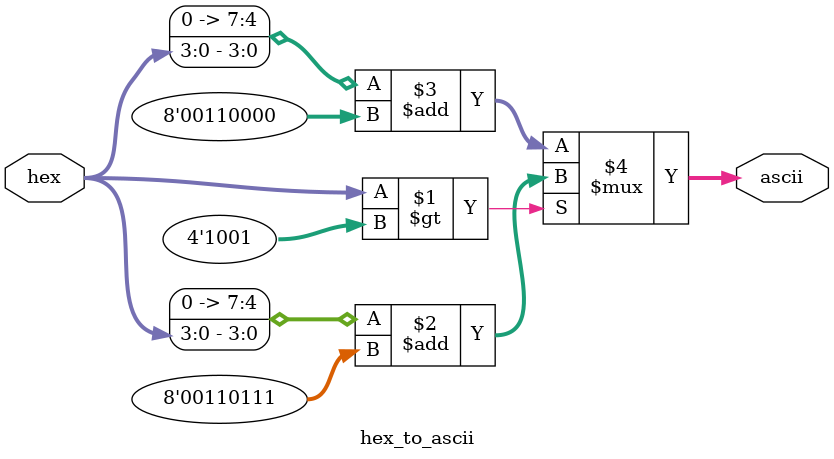
<source format=v>
module string_to_print #(parameter str_idx_end=1436) (
  input  [11:0] str_idx    ,
  output [ 7:0] data       ,
  input  [31:0] pc_if      ,
  input  [31:0] inst_if    ,
  input  [31:0] pc_id      ,
  input  [31:0] inst_id    ,
  input         valid_id   ,
  input  [31:0] x0         ,
  input  [31:0] ra         ,
  input  [31:0] sp         ,
  input  [31:0] gp         ,
  input  [31:0] tp         ,
  input  [31:0] t0         ,
  input  [31:0] t1         ,
  input  [31:0] t2         ,
  input  [31:0] s0         ,
  input  [31:0] s1         ,
  input  [31:0] a0         ,
  input  [31:0] a1         ,
  input  [31:0] a2         ,
  input  [31:0] a3         ,
  input  [31:0] a4         ,
  input  [31:0] a5         ,
  input  [31:0] a6         ,
  input  [31:0] a7         ,
  input  [31:0] s2         ,
  input  [31:0] s3         ,
  input  [31:0] s4         ,
  input  [31:0] s5         ,
  input  [31:0] s6         ,
  input  [31:0] s7         ,
  input  [31:0] s8         ,
  input  [31:0] s9         ,
  input  [31:0] s10        ,
  input  [31:0] s11        ,
  input  [31:0] t3         ,
  input  [31:0] t4         ,
  input  [31:0] t5         ,
  input  [31:0] t6         ,
  input  [31:0] pc_ex      ,
  input  [31:0] inst_ex    ,
  input         valid_ex   ,
  input  [ 4:0] rd_ex      ,
  input  [ 4:0] rs1        ,
  input  [ 4:0] rs2        ,
  input  [31:0] rs1_val    ,
  input  [31:0] rs2_val    ,
  input         reg_wen_ex ,
  input         is_imm     ,
  input  [31:0] imm        ,
  input         mem_wen_ex ,
  input         mem_ren_ex ,
  input         is_branch  ,
  input         is_jal_ex  ,
  input         is_jalr_ex ,
  input         is_auipc   ,
  input         is_lui     ,
  input  [ 3:0] alu_ctrl   ,
  input  [ 2:0] cmp_ctrl   ,
  input  [31:0] pc_mem     ,
  input  [31:0] inst_mem   ,
  input         valid_mem  ,
  input  [ 4:0] rd_mem     ,
  input         reg_wen_mem,
  input  [31:0] mem_w_data ,
  input  [31:0] alu_res    ,
  input         mem_wen_mem,
  input         mem_ren_mem,
  input         is_jal_mem ,
  input         is_jalr_mem,
  input  [31:0] pc_wb      ,
  input  [31:0] inst_wb    ,
  input         valid_wb   ,
  input  [ 4:0] rd_wb      ,
  input         reg_wen_wb ,
  input  [31:0] reg_w_data
);

  wire[7:0] str_print[str_idx_end-1:0];
  assign data = str_print[str_idx];

  // Value for constant part
  assign str_print[0]    = 8'h52;
  assign str_print[1]    = 8'h56;
  assign str_print[2]    = 8'h33;
  assign str_print[3]    = 8'h32;
  assign str_print[4]    = 8'h49;
  assign str_print[5]    = 8'h20;
  assign str_print[6]    = 8'h50;
  assign str_print[7]    = 8'h69;
  assign str_print[8]    = 8'h70;
  assign str_print[9]    = 8'h65;
  assign str_print[10]   = 8'h6C;
  assign str_print[11]   = 8'h69;
  assign str_print[12]   = 8'h6E;
  assign str_print[13]   = 8'h65;
  assign str_print[14]   = 8'h64;
  assign str_print[15]   = 8'h20;
  assign str_print[16]   = 8'h43;
  assign str_print[17]   = 8'h50;
  assign str_print[18]   = 8'h55;
  assign str_print[19]   = 8'h0A;
  assign str_print[20]   = 8'h0D;
  assign str_print[21]   = 8'h0A;
  assign str_print[22]   = 8'h0D;
  assign str_print[23]   = 8'h3D;
  assign str_print[24]   = 8'h3D;
  assign str_print[25]   = 8'h3D;
  assign str_print[26]   = 8'h3D;
  assign str_print[27]   = 8'h3D;
  assign str_print[28]   = 8'h3D;
  assign str_print[29]   = 8'h3D;
  assign str_print[30]   = 8'h3D;
  assign str_print[31]   = 8'h3D;
  assign str_print[32]   = 8'h3D;
  assign str_print[33]   = 8'h3D;
  assign str_print[34]   = 8'h3D;
  assign str_print[35]   = 8'h3D;
  assign str_print[36]   = 8'h3D;
  assign str_print[37]   = 8'h3D;
  assign str_print[38]   = 8'h3D;
  assign str_print[39]   = 8'h3D;
  assign str_print[40]   = 8'h3D;
  assign str_print[41]   = 8'h3D;
  assign str_print[42]   = 8'h3D;
  assign str_print[43]   = 8'h3D;
  assign str_print[44]   = 8'h3D;
  assign str_print[45]   = 8'h3D;
  assign str_print[46]   = 8'h3D;
  assign str_print[47]   = 8'h3D;
  assign str_print[48]   = 8'h3D;
  assign str_print[49]   = 8'h3D;
  assign str_print[50]   = 8'h3D;
  assign str_print[51]   = 8'h3D;
  assign str_print[52]   = 8'h3D;
  assign str_print[53]   = 8'h3D;
  assign str_print[54]   = 8'h3D;
  assign str_print[55]   = 8'h3D;
  assign str_print[56]   = 8'h3D;
  assign str_print[57]   = 8'h3D;
  assign str_print[58]   = 8'h3D;
  assign str_print[59]   = 8'h3D;
  assign str_print[60]   = 8'h3D;
  assign str_print[61]   = 8'h20;
  assign str_print[62]   = 8'h49;
  assign str_print[63]   = 8'h66;
  assign str_print[64]   = 8'h20;
  assign str_print[65]   = 8'h3D;
  assign str_print[66]   = 8'h3D;
  assign str_print[67]   = 8'h3D;
  assign str_print[68]   = 8'h3D;
  assign str_print[69]   = 8'h3D;
  assign str_print[70]   = 8'h3D;
  assign str_print[71]   = 8'h3D;
  assign str_print[72]   = 8'h3D;
  assign str_print[73]   = 8'h3D;
  assign str_print[74]   = 8'h3D;
  assign str_print[75]   = 8'h3D;
  assign str_print[76]   = 8'h3D;
  assign str_print[77]   = 8'h3D;
  assign str_print[78]   = 8'h3D;
  assign str_print[79]   = 8'h3D;
  assign str_print[80]   = 8'h3D;
  assign str_print[81]   = 8'h3D;
  assign str_print[82]   = 8'h3D;
  assign str_print[83]   = 8'h3D;
  assign str_print[84]   = 8'h3D;
  assign str_print[85]   = 8'h3D;
  assign str_print[86]   = 8'h3D;
  assign str_print[87]   = 8'h3D;
  assign str_print[88]   = 8'h3D;
  assign str_print[89]   = 8'h3D;
  assign str_print[90]   = 8'h3D;
  assign str_print[91]   = 8'h3D;
  assign str_print[92]   = 8'h3D;
  assign str_print[93]   = 8'h3D;
  assign str_print[94]   = 8'h3D;
  assign str_print[95]   = 8'h3D;
  assign str_print[96]   = 8'h3D;
  assign str_print[97]   = 8'h3D;
  assign str_print[98]   = 8'h3D;
  assign str_print[99]   = 8'h3D;
  assign str_print[100]  = 8'h3D;
  assign str_print[101]  = 8'h3D;
  assign str_print[102]  = 8'h3D;
  assign str_print[103]  = 8'h3D;
  assign str_print[104]  = 8'h0A;
  assign str_print[105]  = 8'h0D;
  assign str_print[106]  = 8'h70;
  assign str_print[107]  = 8'h63;
  assign str_print[108]  = 8'h3A;
  assign str_print[109]  = 8'h20;
  assign str_print[118]  = 8'h09;
  assign str_print[119]  = 8'h69;
  assign str_print[120]  = 8'h6E;
  assign str_print[121]  = 8'h73;
  assign str_print[122]  = 8'h74;
  assign str_print[123]  = 8'h3A;
  assign str_print[124]  = 8'h20;
  assign str_print[133]  = 8'h0A;
  assign str_print[134]  = 8'h0D;
  assign str_print[135]  = 8'h3D;
  assign str_print[136]  = 8'h3D;
  assign str_print[137]  = 8'h3D;
  assign str_print[138]  = 8'h3D;
  assign str_print[139]  = 8'h3D;
  assign str_print[140]  = 8'h3D;
  assign str_print[141]  = 8'h3D;
  assign str_print[142]  = 8'h3D;
  assign str_print[143]  = 8'h3D;
  assign str_print[144]  = 8'h3D;
  assign str_print[145]  = 8'h3D;
  assign str_print[146]  = 8'h3D;
  assign str_print[147]  = 8'h3D;
  assign str_print[148]  = 8'h3D;
  assign str_print[149]  = 8'h3D;
  assign str_print[150]  = 8'h3D;
  assign str_print[151]  = 8'h3D;
  assign str_print[152]  = 8'h3D;
  assign str_print[153]  = 8'h3D;
  assign str_print[154]  = 8'h3D;
  assign str_print[155]  = 8'h3D;
  assign str_print[156]  = 8'h3D;
  assign str_print[157]  = 8'h3D;
  assign str_print[158]  = 8'h3D;
  assign str_print[159]  = 8'h3D;
  assign str_print[160]  = 8'h3D;
  assign str_print[161]  = 8'h3D;
  assign str_print[162]  = 8'h3D;
  assign str_print[163]  = 8'h3D;
  assign str_print[164]  = 8'h3D;
  assign str_print[165]  = 8'h3D;
  assign str_print[166]  = 8'h3D;
  assign str_print[167]  = 8'h3D;
  assign str_print[168]  = 8'h3D;
  assign str_print[169]  = 8'h3D;
  assign str_print[170]  = 8'h3D;
  assign str_print[171]  = 8'h3D;
  assign str_print[172]  = 8'h3D;
  assign str_print[173]  = 8'h20;
  assign str_print[174]  = 8'h49;
  assign str_print[175]  = 8'h64;
  assign str_print[176]  = 8'h20;
  assign str_print[177]  = 8'h3D;
  assign str_print[178]  = 8'h3D;
  assign str_print[179]  = 8'h3D;
  assign str_print[180]  = 8'h3D;
  assign str_print[181]  = 8'h3D;
  assign str_print[182]  = 8'h3D;
  assign str_print[183]  = 8'h3D;
  assign str_print[184]  = 8'h3D;
  assign str_print[185]  = 8'h3D;
  assign str_print[186]  = 8'h3D;
  assign str_print[187]  = 8'h3D;
  assign str_print[188]  = 8'h3D;
  assign str_print[189]  = 8'h3D;
  assign str_print[190]  = 8'h3D;
  assign str_print[191]  = 8'h3D;
  assign str_print[192]  = 8'h3D;
  assign str_print[193]  = 8'h3D;
  assign str_print[194]  = 8'h3D;
  assign str_print[195]  = 8'h3D;
  assign str_print[196]  = 8'h3D;
  assign str_print[197]  = 8'h3D;
  assign str_print[198]  = 8'h3D;
  assign str_print[199]  = 8'h3D;
  assign str_print[200]  = 8'h3D;
  assign str_print[201]  = 8'h3D;
  assign str_print[202]  = 8'h3D;
  assign str_print[203]  = 8'h3D;
  assign str_print[204]  = 8'h3D;
  assign str_print[205]  = 8'h3D;
  assign str_print[206]  = 8'h3D;
  assign str_print[207]  = 8'h3D;
  assign str_print[208]  = 8'h3D;
  assign str_print[209]  = 8'h3D;
  assign str_print[210]  = 8'h3D;
  assign str_print[211]  = 8'h3D;
  assign str_print[212]  = 8'h3D;
  assign str_print[213]  = 8'h3D;
  assign str_print[214]  = 8'h3D;
  assign str_print[215]  = 8'h3D;
  assign str_print[216]  = 8'h0A;
  assign str_print[217]  = 8'h0D;
  assign str_print[218]  = 8'h70;
  assign str_print[219]  = 8'h63;
  assign str_print[220]  = 8'h3A;
  assign str_print[221]  = 8'h20;
  assign str_print[230]  = 8'h09;
  assign str_print[231]  = 8'h69;
  assign str_print[232]  = 8'h6E;
  assign str_print[233]  = 8'h73;
  assign str_print[234]  = 8'h74;
  assign str_print[235]  = 8'h3A;
  assign str_print[236]  = 8'h20;
  assign str_print[245]  = 8'h09;
  assign str_print[246]  = 8'h76;
  assign str_print[247]  = 8'h61;
  assign str_print[248]  = 8'h6C;
  assign str_print[249]  = 8'h69;
  assign str_print[250]  = 8'h64;
  assign str_print[251]  = 8'h3A;
  assign str_print[252]  = 8'h20;
  assign str_print[254]  = 8'h0A;
  assign str_print[255]  = 8'h0D;
  assign str_print[256]  = 8'h78;
  assign str_print[257]  = 8'h30;
  assign str_print[258]  = 8'h3A;
  assign str_print[259]  = 8'h20;
  assign str_print[268]  = 8'h09;
  assign str_print[269]  = 8'h72;
  assign str_print[270]  = 8'h61;
  assign str_print[271]  = 8'h3A;
  assign str_print[272]  = 8'h20;
  assign str_print[281]  = 8'h09;
  assign str_print[282]  = 8'h73;
  assign str_print[283]  = 8'h70;
  assign str_print[284]  = 8'h3A;
  assign str_print[285]  = 8'h20;
  assign str_print[294]  = 8'h09;
  assign str_print[295]  = 8'h67;
  assign str_print[296]  = 8'h70;
  assign str_print[297]  = 8'h3A;
  assign str_print[298]  = 8'h20;
  assign str_print[307]  = 8'h09;
  assign str_print[308]  = 8'h74;
  assign str_print[309]  = 8'h70;
  assign str_print[310]  = 8'h3A;
  assign str_print[311]  = 8'h20;
  assign str_print[320]  = 8'h0A;
  assign str_print[321]  = 8'h0D;
  assign str_print[322]  = 8'h74;
  assign str_print[323]  = 8'h30;
  assign str_print[324]  = 8'h3A;
  assign str_print[325]  = 8'h20;
  assign str_print[334]  = 8'h09;
  assign str_print[335]  = 8'h74;
  assign str_print[336]  = 8'h31;
  assign str_print[337]  = 8'h3A;
  assign str_print[338]  = 8'h20;
  assign str_print[347]  = 8'h09;
  assign str_print[348]  = 8'h74;
  assign str_print[349]  = 8'h32;
  assign str_print[350]  = 8'h3A;
  assign str_print[351]  = 8'h20;
  assign str_print[360]  = 8'h09;
  assign str_print[361]  = 8'h73;
  assign str_print[362]  = 8'h30;
  assign str_print[363]  = 8'h3A;
  assign str_print[364]  = 8'h20;
  assign str_print[373]  = 8'h09;
  assign str_print[374]  = 8'h73;
  assign str_print[375]  = 8'h31;
  assign str_print[376]  = 8'h3A;
  assign str_print[377]  = 8'h20;
  assign str_print[386]  = 8'h0A;
  assign str_print[387]  = 8'h0D;
  assign str_print[388]  = 8'h61;
  assign str_print[389]  = 8'h30;
  assign str_print[390]  = 8'h3A;
  assign str_print[391]  = 8'h20;
  assign str_print[400]  = 8'h09;
  assign str_print[401]  = 8'h61;
  assign str_print[402]  = 8'h31;
  assign str_print[403]  = 8'h3A;
  assign str_print[404]  = 8'h20;
  assign str_print[413]  = 8'h09;
  assign str_print[414]  = 8'h61;
  assign str_print[415]  = 8'h32;
  assign str_print[416]  = 8'h3A;
  assign str_print[417]  = 8'h20;
  assign str_print[426]  = 8'h09;
  assign str_print[427]  = 8'h61;
  assign str_print[428]  = 8'h33;
  assign str_print[429]  = 8'h3A;
  assign str_print[430]  = 8'h20;
  assign str_print[439]  = 8'h09;
  assign str_print[440]  = 8'h61;
  assign str_print[441]  = 8'h34;
  assign str_print[442]  = 8'h3A;
  assign str_print[443]  = 8'h20;
  assign str_print[452]  = 8'h0A;
  assign str_print[453]  = 8'h0D;
  assign str_print[454]  = 8'h61;
  assign str_print[455]  = 8'h35;
  assign str_print[456]  = 8'h3A;
  assign str_print[457]  = 8'h20;
  assign str_print[466]  = 8'h09;
  assign str_print[467]  = 8'h61;
  assign str_print[468]  = 8'h36;
  assign str_print[469]  = 8'h3A;
  assign str_print[470]  = 8'h20;
  assign str_print[479]  = 8'h09;
  assign str_print[480]  = 8'h61;
  assign str_print[481]  = 8'h37;
  assign str_print[482]  = 8'h3A;
  assign str_print[483]  = 8'h20;
  assign str_print[492]  = 8'h09;
  assign str_print[493]  = 8'h73;
  assign str_print[494]  = 8'h32;
  assign str_print[495]  = 8'h3A;
  assign str_print[496]  = 8'h20;
  assign str_print[505]  = 8'h09;
  assign str_print[506]  = 8'h73;
  assign str_print[507]  = 8'h33;
  assign str_print[508]  = 8'h3A;
  assign str_print[509]  = 8'h20;
  assign str_print[518]  = 8'h0A;
  assign str_print[519]  = 8'h0D;
  assign str_print[520]  = 8'h73;
  assign str_print[521]  = 8'h34;
  assign str_print[522]  = 8'h3A;
  assign str_print[523]  = 8'h20;
  assign str_print[532]  = 8'h09;
  assign str_print[533]  = 8'h73;
  assign str_print[534]  = 8'h35;
  assign str_print[535]  = 8'h3A;
  assign str_print[536]  = 8'h20;
  assign str_print[545]  = 8'h09;
  assign str_print[546]  = 8'h73;
  assign str_print[547]  = 8'h36;
  assign str_print[548]  = 8'h3A;
  assign str_print[549]  = 8'h20;
  assign str_print[558]  = 8'h09;
  assign str_print[559]  = 8'h73;
  assign str_print[560]  = 8'h37;
  assign str_print[561]  = 8'h3A;
  assign str_print[562]  = 8'h20;
  assign str_print[571]  = 8'h09;
  assign str_print[572]  = 8'h73;
  assign str_print[573]  = 8'h38;
  assign str_print[574]  = 8'h3A;
  assign str_print[575]  = 8'h20;
  assign str_print[584]  = 8'h0A;
  assign str_print[585]  = 8'h0D;
  assign str_print[586]  = 8'h73;
  assign str_print[587]  = 8'h39;
  assign str_print[588]  = 8'h3A;
  assign str_print[589]  = 8'h20;
  assign str_print[598]  = 8'h09;
  assign str_print[599]  = 8'h73;
  assign str_print[600]  = 8'h31;
  assign str_print[601]  = 8'h30;
  assign str_print[602]  = 8'h3A;
  assign str_print[611]  = 8'h09;
  assign str_print[612]  = 8'h73;
  assign str_print[613]  = 8'h31;
  assign str_print[614]  = 8'h31;
  assign str_print[615]  = 8'h3A;
  assign str_print[624]  = 8'h09;
  assign str_print[625]  = 8'h74;
  assign str_print[626]  = 8'h33;
  assign str_print[627]  = 8'h3A;
  assign str_print[628]  = 8'h20;
  assign str_print[637]  = 8'h09;
  assign str_print[638]  = 8'h74;
  assign str_print[639]  = 8'h34;
  assign str_print[640]  = 8'h3A;
  assign str_print[641]  = 8'h20;
  assign str_print[650]  = 8'h0A;
  assign str_print[651]  = 8'h0D;
  assign str_print[652]  = 8'h74;
  assign str_print[653]  = 8'h35;
  assign str_print[654]  = 8'h3A;
  assign str_print[655]  = 8'h20;
  assign str_print[664]  = 8'h09;
  assign str_print[665]  = 8'h74;
  assign str_print[666]  = 8'h36;
  assign str_print[667]  = 8'h3A;
  assign str_print[668]  = 8'h20;
  assign str_print[677]  = 8'h0A;
  assign str_print[678]  = 8'h0D;
  assign str_print[679]  = 8'h3D;
  assign str_print[680]  = 8'h3D;
  assign str_print[681]  = 8'h3D;
  assign str_print[682]  = 8'h3D;
  assign str_print[683]  = 8'h3D;
  assign str_print[684]  = 8'h3D;
  assign str_print[685]  = 8'h3D;
  assign str_print[686]  = 8'h3D;
  assign str_print[687]  = 8'h3D;
  assign str_print[688]  = 8'h3D;
  assign str_print[689]  = 8'h3D;
  assign str_print[690]  = 8'h3D;
  assign str_print[691]  = 8'h3D;
  assign str_print[692]  = 8'h3D;
  assign str_print[693]  = 8'h3D;
  assign str_print[694]  = 8'h3D;
  assign str_print[695]  = 8'h3D;
  assign str_print[696]  = 8'h3D;
  assign str_print[697]  = 8'h3D;
  assign str_print[698]  = 8'h3D;
  assign str_print[699]  = 8'h3D;
  assign str_print[700]  = 8'h3D;
  assign str_print[701]  = 8'h3D;
  assign str_print[702]  = 8'h3D;
  assign str_print[703]  = 8'h3D;
  assign str_print[704]  = 8'h3D;
  assign str_print[705]  = 8'h3D;
  assign str_print[706]  = 8'h3D;
  assign str_print[707]  = 8'h3D;
  assign str_print[708]  = 8'h3D;
  assign str_print[709]  = 8'h3D;
  assign str_print[710]  = 8'h3D;
  assign str_print[711]  = 8'h3D;
  assign str_print[712]  = 8'h3D;
  assign str_print[713]  = 8'h3D;
  assign str_print[714]  = 8'h3D;
  assign str_print[715]  = 8'h3D;
  assign str_print[716]  = 8'h3D;
  assign str_print[717]  = 8'h20;
  assign str_print[718]  = 8'h45;
  assign str_print[719]  = 8'h78;
  assign str_print[720]  = 8'h20;
  assign str_print[721]  = 8'h3D;
  assign str_print[722]  = 8'h3D;
  assign str_print[723]  = 8'h3D;
  assign str_print[724]  = 8'h3D;
  assign str_print[725]  = 8'h3D;
  assign str_print[726]  = 8'h3D;
  assign str_print[727]  = 8'h3D;
  assign str_print[728]  = 8'h3D;
  assign str_print[729]  = 8'h3D;
  assign str_print[730]  = 8'h3D;
  assign str_print[731]  = 8'h3D;
  assign str_print[732]  = 8'h3D;
  assign str_print[733]  = 8'h3D;
  assign str_print[734]  = 8'h3D;
  assign str_print[735]  = 8'h3D;
  assign str_print[736]  = 8'h3D;
  assign str_print[737]  = 8'h3D;
  assign str_print[738]  = 8'h3D;
  assign str_print[739]  = 8'h3D;
  assign str_print[740]  = 8'h3D;
  assign str_print[741]  = 8'h3D;
  assign str_print[742]  = 8'h3D;
  assign str_print[743]  = 8'h3D;
  assign str_print[744]  = 8'h3D;
  assign str_print[745]  = 8'h3D;
  assign str_print[746]  = 8'h3D;
  assign str_print[747]  = 8'h3D;
  assign str_print[748]  = 8'h3D;
  assign str_print[749]  = 8'h3D;
  assign str_print[750]  = 8'h3D;
  assign str_print[751]  = 8'h3D;
  assign str_print[752]  = 8'h3D;
  assign str_print[753]  = 8'h3D;
  assign str_print[754]  = 8'h3D;
  assign str_print[755]  = 8'h3D;
  assign str_print[756]  = 8'h3D;
  assign str_print[757]  = 8'h3D;
  assign str_print[758]  = 8'h3D;
  assign str_print[759]  = 8'h3D;
  assign str_print[760]  = 8'h0A;
  assign str_print[761]  = 8'h0D;
  assign str_print[762]  = 8'h70;
  assign str_print[763]  = 8'h63;
  assign str_print[764]  = 8'h3A;
  assign str_print[765]  = 8'h20;
  assign str_print[774]  = 8'h09;
  assign str_print[775]  = 8'h69;
  assign str_print[776]  = 8'h6E;
  assign str_print[777]  = 8'h73;
  assign str_print[778]  = 8'h74;
  assign str_print[779]  = 8'h3A;
  assign str_print[780]  = 8'h20;
  assign str_print[789]  = 8'h09;
  assign str_print[790]  = 8'h76;
  assign str_print[791]  = 8'h61;
  assign str_print[792]  = 8'h6C;
  assign str_print[793]  = 8'h69;
  assign str_print[794]  = 8'h64;
  assign str_print[795]  = 8'h3A;
  assign str_print[796]  = 8'h20;
  assign str_print[798]  = 8'h0A;
  assign str_print[799]  = 8'h0D;
  assign str_print[800]  = 8'h72;
  assign str_print[801]  = 8'h64;
  assign str_print[802]  = 8'h3A;
  assign str_print[803]  = 8'h20;
  assign str_print[804]  = 8'h20;
  assign str_print[807]  = 8'h09;
  assign str_print[808]  = 8'h72;
  assign str_print[809]  = 8'h73;
  assign str_print[810]  = 8'h31;
  assign str_print[811]  = 8'h3A;
  assign str_print[812]  = 8'h20;
  assign str_print[815]  = 8'h09;
  assign str_print[816]  = 8'h72;
  assign str_print[817]  = 8'h73;
  assign str_print[818]  = 8'h32;
  assign str_print[819]  = 8'h3A;
  assign str_print[820]  = 8'h20;
  assign str_print[823]  = 8'h09;
  assign str_print[824]  = 8'h72;
  assign str_print[825]  = 8'h73;
  assign str_print[826]  = 8'h31;
  assign str_print[827]  = 8'h5F;
  assign str_print[828]  = 8'h76;
  assign str_print[829]  = 8'h61;
  assign str_print[830]  = 8'h6C;
  assign str_print[831]  = 8'h3A;
  assign str_print[832]  = 8'h20;
  assign str_print[841]  = 8'h09;
  assign str_print[842]  = 8'h72;
  assign str_print[843]  = 8'h73;
  assign str_print[844]  = 8'h32;
  assign str_print[845]  = 8'h5F;
  assign str_print[846]  = 8'h76;
  assign str_print[847]  = 8'h61;
  assign str_print[848]  = 8'h6C;
  assign str_print[849]  = 8'h3A;
  assign str_print[850]  = 8'h20;
  assign str_print[859]  = 8'h09;
  assign str_print[860]  = 8'h72;
  assign str_print[861]  = 8'h65;
  assign str_print[862]  = 8'h67;
  assign str_print[863]  = 8'h5F;
  assign str_print[864]  = 8'h77;
  assign str_print[865]  = 8'h65;
  assign str_print[866]  = 8'h6E;
  assign str_print[867]  = 8'h3A;
  assign str_print[868]  = 8'h20;
  assign str_print[870]  = 8'h0A;
  assign str_print[871]  = 8'h0D;
  assign str_print[872]  = 8'h69;
  assign str_print[873]  = 8'h73;
  assign str_print[874]  = 8'h5F;
  assign str_print[875]  = 8'h69;
  assign str_print[876]  = 8'h6D;
  assign str_print[877]  = 8'h6D;
  assign str_print[878]  = 8'h3A;
  assign str_print[879]  = 8'h20;
  assign str_print[881]  = 8'h09;
  assign str_print[882]  = 8'h69;
  assign str_print[883]  = 8'h6D;
  assign str_print[884]  = 8'h6D;
  assign str_print[885]  = 8'h3A;
  assign str_print[886]  = 8'h20;
  assign str_print[895]  = 8'h0A;
  assign str_print[896]  = 8'h0D;
  assign str_print[897]  = 8'h6D;
  assign str_print[898]  = 8'h65;
  assign str_print[899]  = 8'h6D;
  assign str_print[900]  = 8'h5F;
  assign str_print[901]  = 8'h77;
  assign str_print[902]  = 8'h65;
  assign str_print[903]  = 8'h6E;
  assign str_print[904]  = 8'h3A;
  assign str_print[905]  = 8'h20;
  assign str_print[907]  = 8'h09;
  assign str_print[908]  = 8'h6D;
  assign str_print[909]  = 8'h65;
  assign str_print[910]  = 8'h6D;
  assign str_print[911]  = 8'h5F;
  assign str_print[912]  = 8'h72;
  assign str_print[913]  = 8'h65;
  assign str_print[914]  = 8'h6E;
  assign str_print[915]  = 8'h3A;
  assign str_print[916]  = 8'h20;
  assign str_print[918]  = 8'h09;
  assign str_print[919]  = 8'h69;
  assign str_print[920]  = 8'h73;
  assign str_print[921]  = 8'h5F;
  assign str_print[922]  = 8'h62;
  assign str_print[923]  = 8'h72;
  assign str_print[924]  = 8'h61;
  assign str_print[925]  = 8'h6E;
  assign str_print[926]  = 8'h63;
  assign str_print[927]  = 8'h68;
  assign str_print[928]  = 8'h3A;
  assign str_print[929]  = 8'h20;
  assign str_print[931]  = 8'h09;
  assign str_print[932]  = 8'h69;
  assign str_print[933]  = 8'h73;
  assign str_print[934]  = 8'h5F;
  assign str_print[935]  = 8'h6A;
  assign str_print[936]  = 8'h61;
  assign str_print[937]  = 8'h6C;
  assign str_print[938]  = 8'h3A;
  assign str_print[939]  = 8'h20;
  assign str_print[941]  = 8'h09;
  assign str_print[942]  = 8'h69;
  assign str_print[943]  = 8'h73;
  assign str_print[944]  = 8'h5F;
  assign str_print[945]  = 8'h6A;
  assign str_print[946]  = 8'h61;
  assign str_print[947]  = 8'h6C;
  assign str_print[948]  = 8'h72;
  assign str_print[949]  = 8'h3A;
  assign str_print[950]  = 8'h20;
  assign str_print[952]  = 8'h0A;
  assign str_print[953]  = 8'h0D;
  assign str_print[954]  = 8'h69;
  assign str_print[955]  = 8'h73;
  assign str_print[956]  = 8'h5F;
  assign str_print[957]  = 8'h61;
  assign str_print[958]  = 8'h75;
  assign str_print[959]  = 8'h69;
  assign str_print[960]  = 8'h70;
  assign str_print[961]  = 8'h63;
  assign str_print[962]  = 8'h3A;
  assign str_print[963]  = 8'h20;
  assign str_print[965]  = 8'h09;
  assign str_print[966]  = 8'h69;
  assign str_print[967]  = 8'h73;
  assign str_print[968]  = 8'h5F;
  assign str_print[969]  = 8'h6C;
  assign str_print[970]  = 8'h75;
  assign str_print[971]  = 8'h69;
  assign str_print[972]  = 8'h3A;
  assign str_print[973]  = 8'h20;
  assign str_print[975]  = 8'h09;
  assign str_print[976]  = 8'h61;
  assign str_print[977]  = 8'h6C;
  assign str_print[978]  = 8'h75;
  assign str_print[979]  = 8'h5F;
  assign str_print[980]  = 8'h63;
  assign str_print[981]  = 8'h74;
  assign str_print[982]  = 8'h72;
  assign str_print[983]  = 8'h6C;
  assign str_print[984]  = 8'h3A;
  assign str_print[985]  = 8'h20;
  assign str_print[987]  = 8'h09;
  assign str_print[988]  = 8'h63;
  assign str_print[989]  = 8'h6D;
  assign str_print[990]  = 8'h70;
  assign str_print[991]  = 8'h5F;
  assign str_print[992]  = 8'h63;
  assign str_print[993]  = 8'h74;
  assign str_print[994]  = 8'h72;
  assign str_print[995]  = 8'h6C;
  assign str_print[996]  = 8'h3A;
  assign str_print[997]  = 8'h20;
  assign str_print[999]  = 8'h0A;
  assign str_print[1000] = 8'h0D;
  assign str_print[1001] = 8'h3D;
  assign str_print[1002] = 8'h3D;
  assign str_print[1003] = 8'h3D;
  assign str_print[1004] = 8'h3D;
  assign str_print[1005] = 8'h3D;
  assign str_print[1006] = 8'h3D;
  assign str_print[1007] = 8'h3D;
  assign str_print[1008] = 8'h3D;
  assign str_print[1009] = 8'h3D;
  assign str_print[1010] = 8'h3D;
  assign str_print[1011] = 8'h3D;
  assign str_print[1012] = 8'h3D;
  assign str_print[1013] = 8'h3D;
  assign str_print[1014] = 8'h3D;
  assign str_print[1015] = 8'h3D;
  assign str_print[1016] = 8'h3D;
  assign str_print[1017] = 8'h3D;
  assign str_print[1018] = 8'h3D;
  assign str_print[1019] = 8'h3D;
  assign str_print[1020] = 8'h3D;
  assign str_print[1021] = 8'h3D;
  assign str_print[1022] = 8'h3D;
  assign str_print[1023] = 8'h3D;
  assign str_print[1024] = 8'h3D;
  assign str_print[1025] = 8'h3D;
  assign str_print[1026] = 8'h3D;
  assign str_print[1027] = 8'h3D;
  assign str_print[1028] = 8'h3D;
  assign str_print[1029] = 8'h3D;
  assign str_print[1030] = 8'h3D;
  assign str_print[1031] = 8'h3D;
  assign str_print[1032] = 8'h3D;
  assign str_print[1033] = 8'h3D;
  assign str_print[1034] = 8'h3D;
  assign str_print[1035] = 8'h3D;
  assign str_print[1036] = 8'h3D;
  assign str_print[1037] = 8'h3D;
  assign str_print[1038] = 8'h3D;
  assign str_print[1039] = 8'h20;
  assign str_print[1040] = 8'h4D;
  assign str_print[1041] = 8'h61;
  assign str_print[1042] = 8'h20;
  assign str_print[1043] = 8'h3D;
  assign str_print[1044] = 8'h3D;
  assign str_print[1045] = 8'h3D;
  assign str_print[1046] = 8'h3D;
  assign str_print[1047] = 8'h3D;
  assign str_print[1048] = 8'h3D;
  assign str_print[1049] = 8'h3D;
  assign str_print[1050] = 8'h3D;
  assign str_print[1051] = 8'h3D;
  assign str_print[1052] = 8'h3D;
  assign str_print[1053] = 8'h3D;
  assign str_print[1054] = 8'h3D;
  assign str_print[1055] = 8'h3D;
  assign str_print[1056] = 8'h3D;
  assign str_print[1057] = 8'h3D;
  assign str_print[1058] = 8'h3D;
  assign str_print[1059] = 8'h3D;
  assign str_print[1060] = 8'h3D;
  assign str_print[1061] = 8'h3D;
  assign str_print[1062] = 8'h3D;
  assign str_print[1063] = 8'h3D;
  assign str_print[1064] = 8'h3D;
  assign str_print[1065] = 8'h3D;
  assign str_print[1066] = 8'h3D;
  assign str_print[1067] = 8'h3D;
  assign str_print[1068] = 8'h3D;
  assign str_print[1069] = 8'h3D;
  assign str_print[1070] = 8'h3D;
  assign str_print[1071] = 8'h3D;
  assign str_print[1072] = 8'h3D;
  assign str_print[1073] = 8'h3D;
  assign str_print[1074] = 8'h3D;
  assign str_print[1075] = 8'h3D;
  assign str_print[1076] = 8'h3D;
  assign str_print[1077] = 8'h3D;
  assign str_print[1078] = 8'h3D;
  assign str_print[1079] = 8'h3D;
  assign str_print[1080] = 8'h3D;
  assign str_print[1081] = 8'h3D;
  assign str_print[1082] = 8'h0A;
  assign str_print[1083] = 8'h0D;
  assign str_print[1084] = 8'h70;
  assign str_print[1085] = 8'h63;
  assign str_print[1086] = 8'h3A;
  assign str_print[1087] = 8'h20;
  assign str_print[1096] = 8'h09;
  assign str_print[1097] = 8'h69;
  assign str_print[1098] = 8'h6E;
  assign str_print[1099] = 8'h73;
  assign str_print[1100] = 8'h74;
  assign str_print[1101] = 8'h3A;
  assign str_print[1102] = 8'h20;
  assign str_print[1111] = 8'h09;
  assign str_print[1112] = 8'h76;
  assign str_print[1113] = 8'h61;
  assign str_print[1114] = 8'h6C;
  assign str_print[1115] = 8'h69;
  assign str_print[1116] = 8'h64;
  assign str_print[1117] = 8'h3A;
  assign str_print[1118] = 8'h20;
  assign str_print[1120] = 8'h0A;
  assign str_print[1121] = 8'h0D;
  assign str_print[1122] = 8'h72;
  assign str_print[1123] = 8'h64;
  assign str_print[1124] = 8'h3A;
  assign str_print[1125] = 8'h20;
  assign str_print[1126] = 8'h20;
  assign str_print[1129] = 8'h09;
  assign str_print[1130] = 8'h72;
  assign str_print[1131] = 8'h65;
  assign str_print[1132] = 8'h67;
  assign str_print[1133] = 8'h5F;
  assign str_print[1134] = 8'h77;
  assign str_print[1135] = 8'h65;
  assign str_print[1136] = 8'h6E;
  assign str_print[1137] = 8'h3A;
  assign str_print[1138] = 8'h20;
  assign str_print[1140] = 8'h09;
  assign str_print[1141] = 8'h6D;
  assign str_print[1142] = 8'h65;
  assign str_print[1143] = 8'h6D;
  assign str_print[1144] = 8'h5F;
  assign str_print[1145] = 8'h77;
  assign str_print[1146] = 8'h5F;
  assign str_print[1147] = 8'h64;
  assign str_print[1148] = 8'h61;
  assign str_print[1149] = 8'h74;
  assign str_print[1150] = 8'h61;
  assign str_print[1151] = 8'h3A;
  assign str_print[1152] = 8'h20;
  assign str_print[1161] = 8'h09;
  assign str_print[1162] = 8'h61;
  assign str_print[1163] = 8'h6C;
  assign str_print[1164] = 8'h75;
  assign str_print[1165] = 8'h5F;
  assign str_print[1166] = 8'h72;
  assign str_print[1167] = 8'h65;
  assign str_print[1168] = 8'h73;
  assign str_print[1169] = 8'h3A;
  assign str_print[1170] = 8'h20;
  assign str_print[1179] = 8'h0A;
  assign str_print[1180] = 8'h0D;
  assign str_print[1181] = 8'h6D;
  assign str_print[1182] = 8'h65;
  assign str_print[1183] = 8'h6D;
  assign str_print[1184] = 8'h5F;
  assign str_print[1185] = 8'h77;
  assign str_print[1186] = 8'h65;
  assign str_print[1187] = 8'h6E;
  assign str_print[1188] = 8'h3A;
  assign str_print[1189] = 8'h20;
  assign str_print[1191] = 8'h09;
  assign str_print[1192] = 8'h6D;
  assign str_print[1193] = 8'h65;
  assign str_print[1194] = 8'h6D;
  assign str_print[1195] = 8'h5F;
  assign str_print[1196] = 8'h72;
  assign str_print[1197] = 8'h65;
  assign str_print[1198] = 8'h6E;
  assign str_print[1199] = 8'h3A;
  assign str_print[1200] = 8'h20;
  assign str_print[1202] = 8'h09;
  assign str_print[1203] = 8'h69;
  assign str_print[1204] = 8'h73;
  assign str_print[1205] = 8'h5F;
  assign str_print[1206] = 8'h6A;
  assign str_print[1207] = 8'h61;
  assign str_print[1208] = 8'h6C;
  assign str_print[1209] = 8'h3A;
  assign str_print[1210] = 8'h20;
  assign str_print[1212] = 8'h09;
  assign str_print[1213] = 8'h69;
  assign str_print[1214] = 8'h73;
  assign str_print[1215] = 8'h5F;
  assign str_print[1216] = 8'h6A;
  assign str_print[1217] = 8'h61;
  assign str_print[1218] = 8'h6C;
  assign str_print[1219] = 8'h72;
  assign str_print[1220] = 8'h3A;
  assign str_print[1221] = 8'h20;
  assign str_print[1223] = 8'h0A;
  assign str_print[1224] = 8'h0D;
  assign str_print[1225] = 8'h3D;
  assign str_print[1226] = 8'h3D;
  assign str_print[1227] = 8'h3D;
  assign str_print[1228] = 8'h3D;
  assign str_print[1229] = 8'h3D;
  assign str_print[1230] = 8'h3D;
  assign str_print[1231] = 8'h3D;
  assign str_print[1232] = 8'h3D;
  assign str_print[1233] = 8'h3D;
  assign str_print[1234] = 8'h3D;
  assign str_print[1235] = 8'h3D;
  assign str_print[1236] = 8'h3D;
  assign str_print[1237] = 8'h3D;
  assign str_print[1238] = 8'h3D;
  assign str_print[1239] = 8'h3D;
  assign str_print[1240] = 8'h3D;
  assign str_print[1241] = 8'h3D;
  assign str_print[1242] = 8'h3D;
  assign str_print[1243] = 8'h3D;
  assign str_print[1244] = 8'h3D;
  assign str_print[1245] = 8'h3D;
  assign str_print[1246] = 8'h3D;
  assign str_print[1247] = 8'h3D;
  assign str_print[1248] = 8'h3D;
  assign str_print[1249] = 8'h3D;
  assign str_print[1250] = 8'h3D;
  assign str_print[1251] = 8'h3D;
  assign str_print[1252] = 8'h3D;
  assign str_print[1253] = 8'h3D;
  assign str_print[1254] = 8'h3D;
  assign str_print[1255] = 8'h3D;
  assign str_print[1256] = 8'h3D;
  assign str_print[1257] = 8'h3D;
  assign str_print[1258] = 8'h3D;
  assign str_print[1259] = 8'h3D;
  assign str_print[1260] = 8'h3D;
  assign str_print[1261] = 8'h3D;
  assign str_print[1262] = 8'h3D;
  assign str_print[1263] = 8'h20;
  assign str_print[1264] = 8'h57;
  assign str_print[1265] = 8'h62;
  assign str_print[1266] = 8'h20;
  assign str_print[1267] = 8'h3D;
  assign str_print[1268] = 8'h3D;
  assign str_print[1269] = 8'h3D;
  assign str_print[1270] = 8'h3D;
  assign str_print[1271] = 8'h3D;
  assign str_print[1272] = 8'h3D;
  assign str_print[1273] = 8'h3D;
  assign str_print[1274] = 8'h3D;
  assign str_print[1275] = 8'h3D;
  assign str_print[1276] = 8'h3D;
  assign str_print[1277] = 8'h3D;
  assign str_print[1278] = 8'h3D;
  assign str_print[1279] = 8'h3D;
  assign str_print[1280] = 8'h3D;
  assign str_print[1281] = 8'h3D;
  assign str_print[1282] = 8'h3D;
  assign str_print[1283] = 8'h3D;
  assign str_print[1284] = 8'h3D;
  assign str_print[1285] = 8'h3D;
  assign str_print[1286] = 8'h3D;
  assign str_print[1287] = 8'h3D;
  assign str_print[1288] = 8'h3D;
  assign str_print[1289] = 8'h3D;
  assign str_print[1290] = 8'h3D;
  assign str_print[1291] = 8'h3D;
  assign str_print[1292] = 8'h3D;
  assign str_print[1293] = 8'h3D;
  assign str_print[1294] = 8'h3D;
  assign str_print[1295] = 8'h3D;
  assign str_print[1296] = 8'h3D;
  assign str_print[1297] = 8'h3D;
  assign str_print[1298] = 8'h3D;
  assign str_print[1299] = 8'h3D;
  assign str_print[1300] = 8'h3D;
  assign str_print[1301] = 8'h3D;
  assign str_print[1302] = 8'h3D;
  assign str_print[1303] = 8'h3D;
  assign str_print[1304] = 8'h3D;
  assign str_print[1305] = 8'h3D;
  assign str_print[1306] = 8'h0A;
  assign str_print[1307] = 8'h0D;
  assign str_print[1308] = 8'h70;
  assign str_print[1309] = 8'h63;
  assign str_print[1310] = 8'h3A;
  assign str_print[1311] = 8'h20;
  assign str_print[1320] = 8'h09;
  assign str_print[1321] = 8'h69;
  assign str_print[1322] = 8'h6E;
  assign str_print[1323] = 8'h73;
  assign str_print[1324] = 8'h74;
  assign str_print[1325] = 8'h3A;
  assign str_print[1326] = 8'h20;
  assign str_print[1335] = 8'h09;
  assign str_print[1336] = 8'h76;
  assign str_print[1337] = 8'h61;
  assign str_print[1338] = 8'h6C;
  assign str_print[1339] = 8'h69;
  assign str_print[1340] = 8'h64;
  assign str_print[1341] = 8'h3A;
  assign str_print[1342] = 8'h20;
  assign str_print[1344] = 8'h0A;
  assign str_print[1345] = 8'h0D;
  assign str_print[1346] = 8'h72;
  assign str_print[1347] = 8'h64;
  assign str_print[1348] = 8'h3A;
  assign str_print[1349] = 8'h20;
  assign str_print[1350] = 8'h20;
  assign str_print[1353] = 8'h09;
  assign str_print[1354] = 8'h72;
  assign str_print[1355] = 8'h65;
  assign str_print[1356] = 8'h67;
  assign str_print[1357] = 8'h5F;
  assign str_print[1358] = 8'h77;
  assign str_print[1359] = 8'h65;
  assign str_print[1360] = 8'h6E;
  assign str_print[1361] = 8'h3A;
  assign str_print[1362] = 8'h20;
  assign str_print[1364] = 8'h09;
  assign str_print[1365] = 8'h72;
  assign str_print[1366] = 8'h65;
  assign str_print[1367] = 8'h67;
  assign str_print[1368] = 8'h5F;
  assign str_print[1369] = 8'h77;
  assign str_print[1370] = 8'h5F;
  assign str_print[1371] = 8'h64;
  assign str_print[1372] = 8'h61;
  assign str_print[1373] = 8'h74;
  assign str_print[1374] = 8'h61;
  assign str_print[1375] = 8'h3A;
  assign str_print[1376] = 8'h20;
  assign str_print[1385] = 8'h0D;
  assign str_print[1386] = 8'h08;
  assign str_print[1387] = 8'h0D;
  assign str_print[1388] = 8'h08;
  assign str_print[1389] = 8'h0D;
  assign str_print[1390] = 8'h08;
  assign str_print[1391] = 8'h0D;
  assign str_print[1392] = 8'h08;
  assign str_print[1393] = 8'h0D;
  assign str_print[1394] = 8'h08;
  assign str_print[1395] = 8'h0D;
  assign str_print[1396] = 8'h08;
  assign str_print[1397] = 8'h0D;
  assign str_print[1398] = 8'h08;
  assign str_print[1399] = 8'h0D;
  assign str_print[1400] = 8'h08;
  assign str_print[1401] = 8'h0D;
  assign str_print[1402] = 8'h08;
  assign str_print[1403] = 8'h0D;
  assign str_print[1404] = 8'h08;
  assign str_print[1405] = 8'h0D;
  assign str_print[1406] = 8'h08;
  assign str_print[1407] = 8'h0D;
  assign str_print[1408] = 8'h08;
  assign str_print[1409] = 8'h0D;
  assign str_print[1410] = 8'h08;
  assign str_print[1411] = 8'h0D;
  assign str_print[1412] = 8'h08;
  assign str_print[1413] = 8'h0D;
  assign str_print[1414] = 8'h08;
  assign str_print[1415] = 8'h0D;
  assign str_print[1416] = 8'h08;
  assign str_print[1417] = 8'h0D;
  assign str_print[1418] = 8'h08;
  assign str_print[1419] = 8'h0D;
  assign str_print[1420] = 8'h08;
  assign str_print[1421] = 8'h0D;
  assign str_print[1422] = 8'h08;
  assign str_print[1423] = 8'h0D;
  assign str_print[1424] = 8'h08;
  assign str_print[1425] = 8'h0D;
  assign str_print[1426] = 8'h08;
  assign str_print[1427] = 8'h0D;
  assign str_print[1428] = 8'h08;
  assign str_print[1429] = 8'h0D;
  assign str_print[1430] = 8'h08;
  assign str_print[1431] = 8'h0D;
  assign str_print[1432] = 8'h08;
  assign str_print[1433] = 8'h0D;
  assign str_print[1434] = 8'h08;
  assign str_print[1435] = 8'h0D;


  // Instance for hex2ascii
  hex_to_ascii inst_pc_if_7 (.hex(pc_if[31:28]), .ascii(str_print[110]));
  hex_to_ascii inst_pc_if_6 (.hex(pc_if[27:24]), .ascii(str_print[111]));
  hex_to_ascii inst_pc_if_5 (.hex(pc_if[23:20]), .ascii(str_print[112]));
  hex_to_ascii inst_pc_if_4 (.hex(pc_if[19:16]), .ascii(str_print[113]));
  hex_to_ascii inst_pc_if_3 (.hex(pc_if[15:12]), .ascii(str_print[114]));
  hex_to_ascii inst_pc_if_2 (.hex(pc_if[11:8]), .ascii(str_print[115]));
  hex_to_ascii inst_pc_if_1 (.hex(pc_if[7:4]), .ascii(str_print[116]));
  hex_to_ascii inst_pc_if_0 (.hex(pc_if[3:0]), .ascii(str_print[117]));
  hex_to_ascii inst_inst_if_7 (.hex(inst_if[31:28]), .ascii(str_print[125]));
  hex_to_ascii inst_inst_if_6 (.hex(inst_if[27:24]), .ascii(str_print[126]));
  hex_to_ascii inst_inst_if_5 (.hex(inst_if[23:20]), .ascii(str_print[127]));
  hex_to_ascii inst_inst_if_4 (.hex(inst_if[19:16]), .ascii(str_print[128]));
  hex_to_ascii inst_inst_if_3 (.hex(inst_if[15:12]), .ascii(str_print[129]));
  hex_to_ascii inst_inst_if_2 (.hex(inst_if[11:8]), .ascii(str_print[130]));
  hex_to_ascii inst_inst_if_1 (.hex(inst_if[7:4]), .ascii(str_print[131]));
  hex_to_ascii inst_inst_if_0 (.hex(inst_if[3:0]), .ascii(str_print[132]));
  hex_to_ascii inst_pc_id_7 (.hex(pc_id[31:28]), .ascii(str_print[222]));
  hex_to_ascii inst_pc_id_6 (.hex(pc_id[27:24]), .ascii(str_print[223]));
  hex_to_ascii inst_pc_id_5 (.hex(pc_id[23:20]), .ascii(str_print[224]));
  hex_to_ascii inst_pc_id_4 (.hex(pc_id[19:16]), .ascii(str_print[225]));
  hex_to_ascii inst_pc_id_3 (.hex(pc_id[15:12]), .ascii(str_print[226]));
  hex_to_ascii inst_pc_id_2 (.hex(pc_id[11:8]), .ascii(str_print[227]));
  hex_to_ascii inst_pc_id_1 (.hex(pc_id[7:4]), .ascii(str_print[228]));
  hex_to_ascii inst_pc_id_0 (.hex(pc_id[3:0]), .ascii(str_print[229]));
  hex_to_ascii inst_inst_id_7 (.hex(inst_id[31:28]), .ascii(str_print[237]));
  hex_to_ascii inst_inst_id_6 (.hex(inst_id[27:24]), .ascii(str_print[238]));
  hex_to_ascii inst_inst_id_5 (.hex(inst_id[23:20]), .ascii(str_print[239]));
  hex_to_ascii inst_inst_id_4 (.hex(inst_id[19:16]), .ascii(str_print[240]));
  hex_to_ascii inst_inst_id_3 (.hex(inst_id[15:12]), .ascii(str_print[241]));
  hex_to_ascii inst_inst_id_2 (.hex(inst_id[11:8]), .ascii(str_print[242]));
  hex_to_ascii inst_inst_id_1 (.hex(inst_id[7:4]), .ascii(str_print[243]));
  hex_to_ascii inst_inst_id_0 (.hex(inst_id[3:0]), .ascii(str_print[244]));
  hex_to_ascii inst_valid_id_0 (.hex({3'b0,valid_id}), .ascii(str_print[253]));
  hex_to_ascii inst_x0_7 (.hex(x0[31:28]), .ascii(str_print[260]));
  hex_to_ascii inst_x0_6 (.hex(x0[27:24]), .ascii(str_print[261]));
  hex_to_ascii inst_x0_5 (.hex(x0[23:20]), .ascii(str_print[262]));
  hex_to_ascii inst_x0_4 (.hex(x0[19:16]), .ascii(str_print[263]));
  hex_to_ascii inst_x0_3 (.hex(x0[15:12]), .ascii(str_print[264]));
  hex_to_ascii inst_x0_2 (.hex(x0[11:8]), .ascii(str_print[265]));
  hex_to_ascii inst_x0_1 (.hex(x0[7:4]), .ascii(str_print[266]));
  hex_to_ascii inst_x0_0 (.hex(x0[3:0]), .ascii(str_print[267]));
  hex_to_ascii inst_ra_7 (.hex(ra[31:28]), .ascii(str_print[273]));
  hex_to_ascii inst_ra_6 (.hex(ra[27:24]), .ascii(str_print[274]));
  hex_to_ascii inst_ra_5 (.hex(ra[23:20]), .ascii(str_print[275]));
  hex_to_ascii inst_ra_4 (.hex(ra[19:16]), .ascii(str_print[276]));
  hex_to_ascii inst_ra_3 (.hex(ra[15:12]), .ascii(str_print[277]));
  hex_to_ascii inst_ra_2 (.hex(ra[11:8]), .ascii(str_print[278]));
  hex_to_ascii inst_ra_1 (.hex(ra[7:4]), .ascii(str_print[279]));
  hex_to_ascii inst_ra_0 (.hex(ra[3:0]), .ascii(str_print[280]));
  hex_to_ascii inst_sp_7 (.hex(sp[31:28]), .ascii(str_print[286]));
  hex_to_ascii inst_sp_6 (.hex(sp[27:24]), .ascii(str_print[287]));
  hex_to_ascii inst_sp_5 (.hex(sp[23:20]), .ascii(str_print[288]));
  hex_to_ascii inst_sp_4 (.hex(sp[19:16]), .ascii(str_print[289]));
  hex_to_ascii inst_sp_3 (.hex(sp[15:12]), .ascii(str_print[290]));
  hex_to_ascii inst_sp_2 (.hex(sp[11:8]), .ascii(str_print[291]));
  hex_to_ascii inst_sp_1 (.hex(sp[7:4]), .ascii(str_print[292]));
  hex_to_ascii inst_sp_0 (.hex(sp[3:0]), .ascii(str_print[293]));
  hex_to_ascii inst_gp_7 (.hex(gp[31:28]), .ascii(str_print[299]));
  hex_to_ascii inst_gp_6 (.hex(gp[27:24]), .ascii(str_print[300]));
  hex_to_ascii inst_gp_5 (.hex(gp[23:20]), .ascii(str_print[301]));
  hex_to_ascii inst_gp_4 (.hex(gp[19:16]), .ascii(str_print[302]));
  hex_to_ascii inst_gp_3 (.hex(gp[15:12]), .ascii(str_print[303]));
  hex_to_ascii inst_gp_2 (.hex(gp[11:8]), .ascii(str_print[304]));
  hex_to_ascii inst_gp_1 (.hex(gp[7:4]), .ascii(str_print[305]));
  hex_to_ascii inst_gp_0 (.hex(gp[3:0]), .ascii(str_print[306]));
  hex_to_ascii inst_tp_7 (.hex(tp[31:28]), .ascii(str_print[312]));
  hex_to_ascii inst_tp_6 (.hex(tp[27:24]), .ascii(str_print[313]));
  hex_to_ascii inst_tp_5 (.hex(tp[23:20]), .ascii(str_print[314]));
  hex_to_ascii inst_tp_4 (.hex(tp[19:16]), .ascii(str_print[315]));
  hex_to_ascii inst_tp_3 (.hex(tp[15:12]), .ascii(str_print[316]));
  hex_to_ascii inst_tp_2 (.hex(tp[11:8]), .ascii(str_print[317]));
  hex_to_ascii inst_tp_1 (.hex(tp[7:4]), .ascii(str_print[318]));
  hex_to_ascii inst_tp_0 (.hex(tp[3:0]), .ascii(str_print[319]));
  hex_to_ascii inst_t0_7 (.hex(t0[31:28]), .ascii(str_print[326]));
  hex_to_ascii inst_t0_6 (.hex(t0[27:24]), .ascii(str_print[327]));
  hex_to_ascii inst_t0_5 (.hex(t0[23:20]), .ascii(str_print[328]));
  hex_to_ascii inst_t0_4 (.hex(t0[19:16]), .ascii(str_print[329]));
  hex_to_ascii inst_t0_3 (.hex(t0[15:12]), .ascii(str_print[330]));
  hex_to_ascii inst_t0_2 (.hex(t0[11:8]), .ascii(str_print[331]));
  hex_to_ascii inst_t0_1 (.hex(t0[7:4]), .ascii(str_print[332]));
  hex_to_ascii inst_t0_0 (.hex(t0[3:0]), .ascii(str_print[333]));
  hex_to_ascii inst_t1_7 (.hex(t1[31:28]), .ascii(str_print[339]));
  hex_to_ascii inst_t1_6 (.hex(t1[27:24]), .ascii(str_print[340]));
  hex_to_ascii inst_t1_5 (.hex(t1[23:20]), .ascii(str_print[341]));
  hex_to_ascii inst_t1_4 (.hex(t1[19:16]), .ascii(str_print[342]));
  hex_to_ascii inst_t1_3 (.hex(t1[15:12]), .ascii(str_print[343]));
  hex_to_ascii inst_t1_2 (.hex(t1[11:8]), .ascii(str_print[344]));
  hex_to_ascii inst_t1_1 (.hex(t1[7:4]), .ascii(str_print[345]));
  hex_to_ascii inst_t1_0 (.hex(t1[3:0]), .ascii(str_print[346]));
  hex_to_ascii inst_t2_7 (.hex(t2[31:28]), .ascii(str_print[352]));
  hex_to_ascii inst_t2_6 (.hex(t2[27:24]), .ascii(str_print[353]));
  hex_to_ascii inst_t2_5 (.hex(t2[23:20]), .ascii(str_print[354]));
  hex_to_ascii inst_t2_4 (.hex(t2[19:16]), .ascii(str_print[355]));
  hex_to_ascii inst_t2_3 (.hex(t2[15:12]), .ascii(str_print[356]));
  hex_to_ascii inst_t2_2 (.hex(t2[11:8]), .ascii(str_print[357]));
  hex_to_ascii inst_t2_1 (.hex(t2[7:4]), .ascii(str_print[358]));
  hex_to_ascii inst_t2_0 (.hex(t2[3:0]), .ascii(str_print[359]));
  hex_to_ascii inst_s0_7 (.hex(s0[31:28]), .ascii(str_print[365]));
  hex_to_ascii inst_s0_6 (.hex(s0[27:24]), .ascii(str_print[366]));
  hex_to_ascii inst_s0_5 (.hex(s0[23:20]), .ascii(str_print[367]));
  hex_to_ascii inst_s0_4 (.hex(s0[19:16]), .ascii(str_print[368]));
  hex_to_ascii inst_s0_3 (.hex(s0[15:12]), .ascii(str_print[369]));
  hex_to_ascii inst_s0_2 (.hex(s0[11:8]), .ascii(str_print[370]));
  hex_to_ascii inst_s0_1 (.hex(s0[7:4]), .ascii(str_print[371]));
  hex_to_ascii inst_s0_0 (.hex(s0[3:0]), .ascii(str_print[372]));
  hex_to_ascii inst_s1_7 (.hex(s1[31:28]), .ascii(str_print[378]));
  hex_to_ascii inst_s1_6 (.hex(s1[27:24]), .ascii(str_print[379]));
  hex_to_ascii inst_s1_5 (.hex(s1[23:20]), .ascii(str_print[380]));
  hex_to_ascii inst_s1_4 (.hex(s1[19:16]), .ascii(str_print[381]));
  hex_to_ascii inst_s1_3 (.hex(s1[15:12]), .ascii(str_print[382]));
  hex_to_ascii inst_s1_2 (.hex(s1[11:8]), .ascii(str_print[383]));
  hex_to_ascii inst_s1_1 (.hex(s1[7:4]), .ascii(str_print[384]));
  hex_to_ascii inst_s1_0 (.hex(s1[3:0]), .ascii(str_print[385]));
  hex_to_ascii inst_a0_7 (.hex(a0[31:28]), .ascii(str_print[392]));
  hex_to_ascii inst_a0_6 (.hex(a0[27:24]), .ascii(str_print[393]));
  hex_to_ascii inst_a0_5 (.hex(a0[23:20]), .ascii(str_print[394]));
  hex_to_ascii inst_a0_4 (.hex(a0[19:16]), .ascii(str_print[395]));
  hex_to_ascii inst_a0_3 (.hex(a0[15:12]), .ascii(str_print[396]));
  hex_to_ascii inst_a0_2 (.hex(a0[11:8]), .ascii(str_print[397]));
  hex_to_ascii inst_a0_1 (.hex(a0[7:4]), .ascii(str_print[398]));
  hex_to_ascii inst_a0_0 (.hex(a0[3:0]), .ascii(str_print[399]));
  hex_to_ascii inst_a1_7 (.hex(a1[31:28]), .ascii(str_print[405]));
  hex_to_ascii inst_a1_6 (.hex(a1[27:24]), .ascii(str_print[406]));
  hex_to_ascii inst_a1_5 (.hex(a1[23:20]), .ascii(str_print[407]));
  hex_to_ascii inst_a1_4 (.hex(a1[19:16]), .ascii(str_print[408]));
  hex_to_ascii inst_a1_3 (.hex(a1[15:12]), .ascii(str_print[409]));
  hex_to_ascii inst_a1_2 (.hex(a1[11:8]), .ascii(str_print[410]));
  hex_to_ascii inst_a1_1 (.hex(a1[7:4]), .ascii(str_print[411]));
  hex_to_ascii inst_a1_0 (.hex(a1[3:0]), .ascii(str_print[412]));
  hex_to_ascii inst_a2_7 (.hex(a2[31:28]), .ascii(str_print[418]));
  hex_to_ascii inst_a2_6 (.hex(a2[27:24]), .ascii(str_print[419]));
  hex_to_ascii inst_a2_5 (.hex(a2[23:20]), .ascii(str_print[420]));
  hex_to_ascii inst_a2_4 (.hex(a2[19:16]), .ascii(str_print[421]));
  hex_to_ascii inst_a2_3 (.hex(a2[15:12]), .ascii(str_print[422]));
  hex_to_ascii inst_a2_2 (.hex(a2[11:8]), .ascii(str_print[423]));
  hex_to_ascii inst_a2_1 (.hex(a2[7:4]), .ascii(str_print[424]));
  hex_to_ascii inst_a2_0 (.hex(a2[3:0]), .ascii(str_print[425]));
  hex_to_ascii inst_a3_7 (.hex(a3[31:28]), .ascii(str_print[431]));
  hex_to_ascii inst_a3_6 (.hex(a3[27:24]), .ascii(str_print[432]));
  hex_to_ascii inst_a3_5 (.hex(a3[23:20]), .ascii(str_print[433]));
  hex_to_ascii inst_a3_4 (.hex(a3[19:16]), .ascii(str_print[434]));
  hex_to_ascii inst_a3_3 (.hex(a3[15:12]), .ascii(str_print[435]));
  hex_to_ascii inst_a3_2 (.hex(a3[11:8]), .ascii(str_print[436]));
  hex_to_ascii inst_a3_1 (.hex(a3[7:4]), .ascii(str_print[437]));
  hex_to_ascii inst_a3_0 (.hex(a3[3:0]), .ascii(str_print[438]));
  hex_to_ascii inst_a4_7 (.hex(a4[31:28]), .ascii(str_print[444]));
  hex_to_ascii inst_a4_6 (.hex(a4[27:24]), .ascii(str_print[445]));
  hex_to_ascii inst_a4_5 (.hex(a4[23:20]), .ascii(str_print[446]));
  hex_to_ascii inst_a4_4 (.hex(a4[19:16]), .ascii(str_print[447]));
  hex_to_ascii inst_a4_3 (.hex(a4[15:12]), .ascii(str_print[448]));
  hex_to_ascii inst_a4_2 (.hex(a4[11:8]), .ascii(str_print[449]));
  hex_to_ascii inst_a4_1 (.hex(a4[7:4]), .ascii(str_print[450]));
  hex_to_ascii inst_a4_0 (.hex(a4[3:0]), .ascii(str_print[451]));
  hex_to_ascii inst_a5_7 (.hex(a5[31:28]), .ascii(str_print[458]));
  hex_to_ascii inst_a5_6 (.hex(a5[27:24]), .ascii(str_print[459]));
  hex_to_ascii inst_a5_5 (.hex(a5[23:20]), .ascii(str_print[460]));
  hex_to_ascii inst_a5_4 (.hex(a5[19:16]), .ascii(str_print[461]));
  hex_to_ascii inst_a5_3 (.hex(a5[15:12]), .ascii(str_print[462]));
  hex_to_ascii inst_a5_2 (.hex(a5[11:8]), .ascii(str_print[463]));
  hex_to_ascii inst_a5_1 (.hex(a5[7:4]), .ascii(str_print[464]));
  hex_to_ascii inst_a5_0 (.hex(a5[3:0]), .ascii(str_print[465]));
  hex_to_ascii inst_a6_7 (.hex(a6[31:28]), .ascii(str_print[471]));
  hex_to_ascii inst_a6_6 (.hex(a6[27:24]), .ascii(str_print[472]));
  hex_to_ascii inst_a6_5 (.hex(a6[23:20]), .ascii(str_print[473]));
  hex_to_ascii inst_a6_4 (.hex(a6[19:16]), .ascii(str_print[474]));
  hex_to_ascii inst_a6_3 (.hex(a6[15:12]), .ascii(str_print[475]));
  hex_to_ascii inst_a6_2 (.hex(a6[11:8]), .ascii(str_print[476]));
  hex_to_ascii inst_a6_1 (.hex(a6[7:4]), .ascii(str_print[477]));
  hex_to_ascii inst_a6_0 (.hex(a6[3:0]), .ascii(str_print[478]));
  hex_to_ascii inst_a7_7 (.hex(a7[31:28]), .ascii(str_print[484]));
  hex_to_ascii inst_a7_6 (.hex(a7[27:24]), .ascii(str_print[485]));
  hex_to_ascii inst_a7_5 (.hex(a7[23:20]), .ascii(str_print[486]));
  hex_to_ascii inst_a7_4 (.hex(a7[19:16]), .ascii(str_print[487]));
  hex_to_ascii inst_a7_3 (.hex(a7[15:12]), .ascii(str_print[488]));
  hex_to_ascii inst_a7_2 (.hex(a7[11:8]), .ascii(str_print[489]));
  hex_to_ascii inst_a7_1 (.hex(a7[7:4]), .ascii(str_print[490]));
  hex_to_ascii inst_a7_0 (.hex(a7[3:0]), .ascii(str_print[491]));
  hex_to_ascii inst_s2_7 (.hex(s2[31:28]), .ascii(str_print[497]));
  hex_to_ascii inst_s2_6 (.hex(s2[27:24]), .ascii(str_print[498]));
  hex_to_ascii inst_s2_5 (.hex(s2[23:20]), .ascii(str_print[499]));
  hex_to_ascii inst_s2_4 (.hex(s2[19:16]), .ascii(str_print[500]));
  hex_to_ascii inst_s2_3 (.hex(s2[15:12]), .ascii(str_print[501]));
  hex_to_ascii inst_s2_2 (.hex(s2[11:8]), .ascii(str_print[502]));
  hex_to_ascii inst_s2_1 (.hex(s2[7:4]), .ascii(str_print[503]));
  hex_to_ascii inst_s2_0 (.hex(s2[3:0]), .ascii(str_print[504]));
  hex_to_ascii inst_s3_7 (.hex(s3[31:28]), .ascii(str_print[510]));
  hex_to_ascii inst_s3_6 (.hex(s3[27:24]), .ascii(str_print[511]));
  hex_to_ascii inst_s3_5 (.hex(s3[23:20]), .ascii(str_print[512]));
  hex_to_ascii inst_s3_4 (.hex(s3[19:16]), .ascii(str_print[513]));
  hex_to_ascii inst_s3_3 (.hex(s3[15:12]), .ascii(str_print[514]));
  hex_to_ascii inst_s3_2 (.hex(s3[11:8]), .ascii(str_print[515]));
  hex_to_ascii inst_s3_1 (.hex(s3[7:4]), .ascii(str_print[516]));
  hex_to_ascii inst_s3_0 (.hex(s3[3:0]), .ascii(str_print[517]));
  hex_to_ascii inst_s4_7 (.hex(s4[31:28]), .ascii(str_print[524]));
  hex_to_ascii inst_s4_6 (.hex(s4[27:24]), .ascii(str_print[525]));
  hex_to_ascii inst_s4_5 (.hex(s4[23:20]), .ascii(str_print[526]));
  hex_to_ascii inst_s4_4 (.hex(s4[19:16]), .ascii(str_print[527]));
  hex_to_ascii inst_s4_3 (.hex(s4[15:12]), .ascii(str_print[528]));
  hex_to_ascii inst_s4_2 (.hex(s4[11:8]), .ascii(str_print[529]));
  hex_to_ascii inst_s4_1 (.hex(s4[7:4]), .ascii(str_print[530]));
  hex_to_ascii inst_s4_0 (.hex(s4[3:0]), .ascii(str_print[531]));
  hex_to_ascii inst_s5_7 (.hex(s5[31:28]), .ascii(str_print[537]));
  hex_to_ascii inst_s5_6 (.hex(s5[27:24]), .ascii(str_print[538]));
  hex_to_ascii inst_s5_5 (.hex(s5[23:20]), .ascii(str_print[539]));
  hex_to_ascii inst_s5_4 (.hex(s5[19:16]), .ascii(str_print[540]));
  hex_to_ascii inst_s5_3 (.hex(s5[15:12]), .ascii(str_print[541]));
  hex_to_ascii inst_s5_2 (.hex(s5[11:8]), .ascii(str_print[542]));
  hex_to_ascii inst_s5_1 (.hex(s5[7:4]), .ascii(str_print[543]));
  hex_to_ascii inst_s5_0 (.hex(s5[3:0]), .ascii(str_print[544]));
  hex_to_ascii inst_s6_7 (.hex(s6[31:28]), .ascii(str_print[550]));
  hex_to_ascii inst_s6_6 (.hex(s6[27:24]), .ascii(str_print[551]));
  hex_to_ascii inst_s6_5 (.hex(s6[23:20]), .ascii(str_print[552]));
  hex_to_ascii inst_s6_4 (.hex(s6[19:16]), .ascii(str_print[553]));
  hex_to_ascii inst_s6_3 (.hex(s6[15:12]), .ascii(str_print[554]));
  hex_to_ascii inst_s6_2 (.hex(s6[11:8]), .ascii(str_print[555]));
  hex_to_ascii inst_s6_1 (.hex(s6[7:4]), .ascii(str_print[556]));
  hex_to_ascii inst_s6_0 (.hex(s6[3:0]), .ascii(str_print[557]));
  hex_to_ascii inst_s7_7 (.hex(s7[31:28]), .ascii(str_print[563]));
  hex_to_ascii inst_s7_6 (.hex(s7[27:24]), .ascii(str_print[564]));
  hex_to_ascii inst_s7_5 (.hex(s7[23:20]), .ascii(str_print[565]));
  hex_to_ascii inst_s7_4 (.hex(s7[19:16]), .ascii(str_print[566]));
  hex_to_ascii inst_s7_3 (.hex(s7[15:12]), .ascii(str_print[567]));
  hex_to_ascii inst_s7_2 (.hex(s7[11:8]), .ascii(str_print[568]));
  hex_to_ascii inst_s7_1 (.hex(s7[7:4]), .ascii(str_print[569]));
  hex_to_ascii inst_s7_0 (.hex(s7[3:0]), .ascii(str_print[570]));
  hex_to_ascii inst_s8_7 (.hex(s8[31:28]), .ascii(str_print[576]));
  hex_to_ascii inst_s8_6 (.hex(s8[27:24]), .ascii(str_print[577]));
  hex_to_ascii inst_s8_5 (.hex(s8[23:20]), .ascii(str_print[578]));
  hex_to_ascii inst_s8_4 (.hex(s8[19:16]), .ascii(str_print[579]));
  hex_to_ascii inst_s8_3 (.hex(s8[15:12]), .ascii(str_print[580]));
  hex_to_ascii inst_s8_2 (.hex(s8[11:8]), .ascii(str_print[581]));
  hex_to_ascii inst_s8_1 (.hex(s8[7:4]), .ascii(str_print[582]));
  hex_to_ascii inst_s8_0 (.hex(s8[3:0]), .ascii(str_print[583]));
  hex_to_ascii inst_s9_7 (.hex(s9[31:28]), .ascii(str_print[590]));
  hex_to_ascii inst_s9_6 (.hex(s9[27:24]), .ascii(str_print[591]));
  hex_to_ascii inst_s9_5 (.hex(s9[23:20]), .ascii(str_print[592]));
  hex_to_ascii inst_s9_4 (.hex(s9[19:16]), .ascii(str_print[593]));
  hex_to_ascii inst_s9_3 (.hex(s9[15:12]), .ascii(str_print[594]));
  hex_to_ascii inst_s9_2 (.hex(s9[11:8]), .ascii(str_print[595]));
  hex_to_ascii inst_s9_1 (.hex(s9[7:4]), .ascii(str_print[596]));
  hex_to_ascii inst_s9_0 (.hex(s9[3:0]), .ascii(str_print[597]));
  hex_to_ascii inst_s10_7 (.hex(s10[31:28]), .ascii(str_print[603]));
  hex_to_ascii inst_s10_6 (.hex(s10[27:24]), .ascii(str_print[604]));
  hex_to_ascii inst_s10_5 (.hex(s10[23:20]), .ascii(str_print[605]));
  hex_to_ascii inst_s10_4 (.hex(s10[19:16]), .ascii(str_print[606]));
  hex_to_ascii inst_s10_3 (.hex(s10[15:12]), .ascii(str_print[607]));
  hex_to_ascii inst_s10_2 (.hex(s10[11:8]), .ascii(str_print[608]));
  hex_to_ascii inst_s10_1 (.hex(s10[7:4]), .ascii(str_print[609]));
  hex_to_ascii inst_s10_0 (.hex(s10[3:0]), .ascii(str_print[610]));
  hex_to_ascii inst_s11_7 (.hex(s11[31:28]), .ascii(str_print[616]));
  hex_to_ascii inst_s11_6 (.hex(s11[27:24]), .ascii(str_print[617]));
  hex_to_ascii inst_s11_5 (.hex(s11[23:20]), .ascii(str_print[618]));
  hex_to_ascii inst_s11_4 (.hex(s11[19:16]), .ascii(str_print[619]));
  hex_to_ascii inst_s11_3 (.hex(s11[15:12]), .ascii(str_print[620]));
  hex_to_ascii inst_s11_2 (.hex(s11[11:8]), .ascii(str_print[621]));
  hex_to_ascii inst_s11_1 (.hex(s11[7:4]), .ascii(str_print[622]));
  hex_to_ascii inst_s11_0 (.hex(s11[3:0]), .ascii(str_print[623]));
  hex_to_ascii inst_t3_7 (.hex(t3[31:28]), .ascii(str_print[629]));
  hex_to_ascii inst_t3_6 (.hex(t3[27:24]), .ascii(str_print[630]));
  hex_to_ascii inst_t3_5 (.hex(t3[23:20]), .ascii(str_print[631]));
  hex_to_ascii inst_t3_4 (.hex(t3[19:16]), .ascii(str_print[632]));
  hex_to_ascii inst_t3_3 (.hex(t3[15:12]), .ascii(str_print[633]));
  hex_to_ascii inst_t3_2 (.hex(t3[11:8]), .ascii(str_print[634]));
  hex_to_ascii inst_t3_1 (.hex(t3[7:4]), .ascii(str_print[635]));
  hex_to_ascii inst_t3_0 (.hex(t3[3:0]), .ascii(str_print[636]));
  hex_to_ascii inst_t4_7 (.hex(t4[31:28]), .ascii(str_print[642]));
  hex_to_ascii inst_t4_6 (.hex(t4[27:24]), .ascii(str_print[643]));
  hex_to_ascii inst_t4_5 (.hex(t4[23:20]), .ascii(str_print[644]));
  hex_to_ascii inst_t4_4 (.hex(t4[19:16]), .ascii(str_print[645]));
  hex_to_ascii inst_t4_3 (.hex(t4[15:12]), .ascii(str_print[646]));
  hex_to_ascii inst_t4_2 (.hex(t4[11:8]), .ascii(str_print[647]));
  hex_to_ascii inst_t4_1 (.hex(t4[7:4]), .ascii(str_print[648]));
  hex_to_ascii inst_t4_0 (.hex(t4[3:0]), .ascii(str_print[649]));
  hex_to_ascii inst_t5_7 (.hex(t5[31:28]), .ascii(str_print[656]));
  hex_to_ascii inst_t5_6 (.hex(t5[27:24]), .ascii(str_print[657]));
  hex_to_ascii inst_t5_5 (.hex(t5[23:20]), .ascii(str_print[658]));
  hex_to_ascii inst_t5_4 (.hex(t5[19:16]), .ascii(str_print[659]));
  hex_to_ascii inst_t5_3 (.hex(t5[15:12]), .ascii(str_print[660]));
  hex_to_ascii inst_t5_2 (.hex(t5[11:8]), .ascii(str_print[661]));
  hex_to_ascii inst_t5_1 (.hex(t5[7:4]), .ascii(str_print[662]));
  hex_to_ascii inst_t5_0 (.hex(t5[3:0]), .ascii(str_print[663]));
  hex_to_ascii inst_t6_7 (.hex(t6[31:28]), .ascii(str_print[669]));
  hex_to_ascii inst_t6_6 (.hex(t6[27:24]), .ascii(str_print[670]));
  hex_to_ascii inst_t6_5 (.hex(t6[23:20]), .ascii(str_print[671]));
  hex_to_ascii inst_t6_4 (.hex(t6[19:16]), .ascii(str_print[672]));
  hex_to_ascii inst_t6_3 (.hex(t6[15:12]), .ascii(str_print[673]));
  hex_to_ascii inst_t6_2 (.hex(t6[11:8]), .ascii(str_print[674]));
  hex_to_ascii inst_t6_1 (.hex(t6[7:4]), .ascii(str_print[675]));
  hex_to_ascii inst_t6_0 (.hex(t6[3:0]), .ascii(str_print[676]));
  hex_to_ascii inst_pc_ex_7 (.hex(pc_ex[31:28]), .ascii(str_print[766]));
  hex_to_ascii inst_pc_ex_6 (.hex(pc_ex[27:24]), .ascii(str_print[767]));
  hex_to_ascii inst_pc_ex_5 (.hex(pc_ex[23:20]), .ascii(str_print[768]));
  hex_to_ascii inst_pc_ex_4 (.hex(pc_ex[19:16]), .ascii(str_print[769]));
  hex_to_ascii inst_pc_ex_3 (.hex(pc_ex[15:12]), .ascii(str_print[770]));
  hex_to_ascii inst_pc_ex_2 (.hex(pc_ex[11:8]), .ascii(str_print[771]));
  hex_to_ascii inst_pc_ex_1 (.hex(pc_ex[7:4]), .ascii(str_print[772]));
  hex_to_ascii inst_pc_ex_0 (.hex(pc_ex[3:0]), .ascii(str_print[773]));
  hex_to_ascii inst_inst_ex_7 (.hex(inst_ex[31:28]), .ascii(str_print[781]));
  hex_to_ascii inst_inst_ex_6 (.hex(inst_ex[27:24]), .ascii(str_print[782]));
  hex_to_ascii inst_inst_ex_5 (.hex(inst_ex[23:20]), .ascii(str_print[783]));
  hex_to_ascii inst_inst_ex_4 (.hex(inst_ex[19:16]), .ascii(str_print[784]));
  hex_to_ascii inst_inst_ex_3 (.hex(inst_ex[15:12]), .ascii(str_print[785]));
  hex_to_ascii inst_inst_ex_2 (.hex(inst_ex[11:8]), .ascii(str_print[786]));
  hex_to_ascii inst_inst_ex_1 (.hex(inst_ex[7:4]), .ascii(str_print[787]));
  hex_to_ascii inst_inst_ex_0 (.hex(inst_ex[3:0]), .ascii(str_print[788]));
  hex_to_ascii inst_valid_ex_0 (.hex({3'b0,valid_ex}), .ascii(str_print[797]));
  hex_to_ascii inst_rd_ex_1 (.hex({3'b0,rd_ex[4]}), .ascii(str_print[805]));
  hex_to_ascii inst_rd_ex_0 (.hex(rd_ex[3:0]), .ascii(str_print[806]));
  hex_to_ascii inst_rs1_1 (.hex({3'b0,rs1[4]}), .ascii(str_print[813]));
  hex_to_ascii inst_rs1_0 (.hex(rs1[3:0]), .ascii(str_print[814]));
  hex_to_ascii inst_rs2_1 (.hex({3'b0,rs2[4]}), .ascii(str_print[821]));
  hex_to_ascii inst_rs2_0 (.hex(rs2[3:0]), .ascii(str_print[822]));
  hex_to_ascii inst_rs1_val_7 (.hex(rs1_val[31:28]), .ascii(str_print[833]));
  hex_to_ascii inst_rs1_val_6 (.hex(rs1_val[27:24]), .ascii(str_print[834]));
  hex_to_ascii inst_rs1_val_5 (.hex(rs1_val[23:20]), .ascii(str_print[835]));
  hex_to_ascii inst_rs1_val_4 (.hex(rs1_val[19:16]), .ascii(str_print[836]));
  hex_to_ascii inst_rs1_val_3 (.hex(rs1_val[15:12]), .ascii(str_print[837]));
  hex_to_ascii inst_rs1_val_2 (.hex(rs1_val[11:8]), .ascii(str_print[838]));
  hex_to_ascii inst_rs1_val_1 (.hex(rs1_val[7:4]), .ascii(str_print[839]));
  hex_to_ascii inst_rs1_val_0 (.hex(rs1_val[3:0]), .ascii(str_print[840]));
  hex_to_ascii inst_rs2_val_7 (.hex(rs2_val[31:28]), .ascii(str_print[851]));
  hex_to_ascii inst_rs2_val_6 (.hex(rs2_val[27:24]), .ascii(str_print[852]));
  hex_to_ascii inst_rs2_val_5 (.hex(rs2_val[23:20]), .ascii(str_print[853]));
  hex_to_ascii inst_rs2_val_4 (.hex(rs2_val[19:16]), .ascii(str_print[854]));
  hex_to_ascii inst_rs2_val_3 (.hex(rs2_val[15:12]), .ascii(str_print[855]));
  hex_to_ascii inst_rs2_val_2 (.hex(rs2_val[11:8]), .ascii(str_print[856]));
  hex_to_ascii inst_rs2_val_1 (.hex(rs2_val[7:4]), .ascii(str_print[857]));
  hex_to_ascii inst_rs2_val_0 (.hex(rs2_val[3:0]), .ascii(str_print[858]));
  hex_to_ascii inst_reg_wen_ex_0 (.hex({3'b0,reg_wen_ex}), .ascii(str_print[869]));
  hex_to_ascii inst_is_imm_0 (.hex({3'b0,is_imm}), .ascii(str_print[880]));
  hex_to_ascii inst_imm_7 (.hex(imm[31:28]), .ascii(str_print[887]));
  hex_to_ascii inst_imm_6 (.hex(imm[27:24]), .ascii(str_print[888]));
  hex_to_ascii inst_imm_5 (.hex(imm[23:20]), .ascii(str_print[889]));
  hex_to_ascii inst_imm_4 (.hex(imm[19:16]), .ascii(str_print[890]));
  hex_to_ascii inst_imm_3 (.hex(imm[15:12]), .ascii(str_print[891]));
  hex_to_ascii inst_imm_2 (.hex(imm[11:8]), .ascii(str_print[892]));
  hex_to_ascii inst_imm_1 (.hex(imm[7:4]), .ascii(str_print[893]));
  hex_to_ascii inst_imm_0 (.hex(imm[3:0]), .ascii(str_print[894]));
  hex_to_ascii inst_mem_wen_ex_0 (.hex({3'b0,mem_wen_ex}), .ascii(str_print[906]));
  hex_to_ascii inst_mem_ren_ex_0 (.hex({3'b0,mem_ren_ex}), .ascii(str_print[917]));
  hex_to_ascii inst_is_branch_0 (.hex({3'b0,is_branch}), .ascii(str_print[930]));
  hex_to_ascii inst_is_jal_ex_0 (.hex({3'b0,is_jal_ex}), .ascii(str_print[940]));
  hex_to_ascii inst_is_jalr_ex_0 (.hex({3'b0,is_jalr_ex}), .ascii(str_print[951]));
  hex_to_ascii inst_is_auipc_0 (.hex({3'b0,is_auipc}), .ascii(str_print[964]));
  hex_to_ascii inst_is_lui_0 (.hex({3'b0,is_lui}), .ascii(str_print[974]));
  hex_to_ascii inst_alu_ctrl_0 (.hex(alu_ctrl[3:0]), .ascii(str_print[986]));
  hex_to_ascii inst_cmp_ctrl_0 (.hex({1'b0,cmp_ctrl[2:0]}), .ascii(str_print[998]));
  hex_to_ascii inst_pc_mem_7 (.hex(pc_mem[31:28]), .ascii(str_print[1088]));
  hex_to_ascii inst_pc_mem_6 (.hex(pc_mem[27:24]), .ascii(str_print[1089]));
  hex_to_ascii inst_pc_mem_5 (.hex(pc_mem[23:20]), .ascii(str_print[1090]));
  hex_to_ascii inst_pc_mem_4 (.hex(pc_mem[19:16]), .ascii(str_print[1091]));
  hex_to_ascii inst_pc_mem_3 (.hex(pc_mem[15:12]), .ascii(str_print[1092]));
  hex_to_ascii inst_pc_mem_2 (.hex(pc_mem[11:8]), .ascii(str_print[1093]));
  hex_to_ascii inst_pc_mem_1 (.hex(pc_mem[7:4]), .ascii(str_print[1094]));
  hex_to_ascii inst_pc_mem_0 (.hex(pc_mem[3:0]), .ascii(str_print[1095]));
  hex_to_ascii inst_inst_mem_7 (.hex(inst_mem[31:28]), .ascii(str_print[1103]));
  hex_to_ascii inst_inst_mem_6 (.hex(inst_mem[27:24]), .ascii(str_print[1104]));
  hex_to_ascii inst_inst_mem_5 (.hex(inst_mem[23:20]), .ascii(str_print[1105]));
  hex_to_ascii inst_inst_mem_4 (.hex(inst_mem[19:16]), .ascii(str_print[1106]));
  hex_to_ascii inst_inst_mem_3 (.hex(inst_mem[15:12]), .ascii(str_print[1107]));
  hex_to_ascii inst_inst_mem_2 (.hex(inst_mem[11:8]), .ascii(str_print[1108]));
  hex_to_ascii inst_inst_mem_1 (.hex(inst_mem[7:4]), .ascii(str_print[1109]));
  hex_to_ascii inst_inst_mem_0 (.hex(inst_mem[3:0]), .ascii(str_print[1110]));
  hex_to_ascii inst_valid_mem_0 (.hex({3'b0,valid_mem}), .ascii(str_print[1119]));
  hex_to_ascii inst_rd_mem_1 (.hex({3'b0,rd_mem[4]}), .ascii(str_print[1127]));
  hex_to_ascii inst_rd_mem_0 (.hex(rd_mem[3:0]), .ascii(str_print[1128]));
  hex_to_ascii inst_reg_wen_mem_0 (.hex({3'b0,reg_wen_mem}), .ascii(str_print[1139]));
  hex_to_ascii inst_mem_w_data_7 (.hex(mem_w_data[31:28]), .ascii(str_print[1153]));
  hex_to_ascii inst_mem_w_data_6 (.hex(mem_w_data[27:24]), .ascii(str_print[1154]));
  hex_to_ascii inst_mem_w_data_5 (.hex(mem_w_data[23:20]), .ascii(str_print[1155]));
  hex_to_ascii inst_mem_w_data_4 (.hex(mem_w_data[19:16]), .ascii(str_print[1156]));
  hex_to_ascii inst_mem_w_data_3 (.hex(mem_w_data[15:12]), .ascii(str_print[1157]));
  hex_to_ascii inst_mem_w_data_2 (.hex(mem_w_data[11:8]), .ascii(str_print[1158]));
  hex_to_ascii inst_mem_w_data_1 (.hex(mem_w_data[7:4]), .ascii(str_print[1159]));
  hex_to_ascii inst_mem_w_data_0 (.hex(mem_w_data[3:0]), .ascii(str_print[1160]));
  hex_to_ascii inst_alu_res_7 (.hex(alu_res[31:28]), .ascii(str_print[1171]));
  hex_to_ascii inst_alu_res_6 (.hex(alu_res[27:24]), .ascii(str_print[1172]));
  hex_to_ascii inst_alu_res_5 (.hex(alu_res[23:20]), .ascii(str_print[1173]));
  hex_to_ascii inst_alu_res_4 (.hex(alu_res[19:16]), .ascii(str_print[1174]));
  hex_to_ascii inst_alu_res_3 (.hex(alu_res[15:12]), .ascii(str_print[1175]));
  hex_to_ascii inst_alu_res_2 (.hex(alu_res[11:8]), .ascii(str_print[1176]));
  hex_to_ascii inst_alu_res_1 (.hex(alu_res[7:4]), .ascii(str_print[1177]));
  hex_to_ascii inst_alu_res_0 (.hex(alu_res[3:0]), .ascii(str_print[1178]));
  hex_to_ascii inst_mem_wen_mem_0 (.hex({3'b0,mem_wen_mem}), .ascii(str_print[1190]));
  hex_to_ascii inst_mem_ren_mem_0 (.hex({3'b0,mem_ren_mem}), .ascii(str_print[1201]));
  hex_to_ascii inst_is_jal_mem_0 (.hex({3'b0,is_jal_mem}), .ascii(str_print[1211]));
  hex_to_ascii inst_is_jalr_mem_0 (.hex({3'b0,is_jalr_mem}), .ascii(str_print[1222]));
  hex_to_ascii inst_pc_wb_7 (.hex(pc_wb[31:28]), .ascii(str_print[1312]));
  hex_to_ascii inst_pc_wb_6 (.hex(pc_wb[27:24]), .ascii(str_print[1313]));
  hex_to_ascii inst_pc_wb_5 (.hex(pc_wb[23:20]), .ascii(str_print[1314]));
  hex_to_ascii inst_pc_wb_4 (.hex(pc_wb[19:16]), .ascii(str_print[1315]));
  hex_to_ascii inst_pc_wb_3 (.hex(pc_wb[15:12]), .ascii(str_print[1316]));
  hex_to_ascii inst_pc_wb_2 (.hex(pc_wb[11:8]), .ascii(str_print[1317]));
  hex_to_ascii inst_pc_wb_1 (.hex(pc_wb[7:4]), .ascii(str_print[1318]));
  hex_to_ascii inst_pc_wb_0 (.hex(pc_wb[3:0]), .ascii(str_print[1319]));
  hex_to_ascii inst_inst_wb_7 (.hex(inst_wb[31:28]), .ascii(str_print[1327]));
  hex_to_ascii inst_inst_wb_6 (.hex(inst_wb[27:24]), .ascii(str_print[1328]));
  hex_to_ascii inst_inst_wb_5 (.hex(inst_wb[23:20]), .ascii(str_print[1329]));
  hex_to_ascii inst_inst_wb_4 (.hex(inst_wb[19:16]), .ascii(str_print[1330]));
  hex_to_ascii inst_inst_wb_3 (.hex(inst_wb[15:12]), .ascii(str_print[1331]));
  hex_to_ascii inst_inst_wb_2 (.hex(inst_wb[11:8]), .ascii(str_print[1332]));
  hex_to_ascii inst_inst_wb_1 (.hex(inst_wb[7:4]), .ascii(str_print[1333]));
  hex_to_ascii inst_inst_wb_0 (.hex(inst_wb[3:0]), .ascii(str_print[1334]));
  hex_to_ascii inst_valid_wb_0 (.hex({3'b0,valid_wb}), .ascii(str_print[1343]));
  hex_to_ascii inst_rd_wb_1 (.hex({3'b0,rd_wb[4]}), .ascii(str_print[1351]));
  hex_to_ascii inst_rd_wb_0 (.hex(rd_wb[3:0]), .ascii(str_print[1352]));
  hex_to_ascii inst_reg_wen_wb_0 (.hex({3'b0,reg_wen_wb}), .ascii(str_print[1363]));
  hex_to_ascii inst_reg_w_data_7 (.hex(reg_w_data[31:28]), .ascii(str_print[1377]));
  hex_to_ascii inst_reg_w_data_6 (.hex(reg_w_data[27:24]), .ascii(str_print[1378]));
  hex_to_ascii inst_reg_w_data_5 (.hex(reg_w_data[23:20]), .ascii(str_print[1379]));
  hex_to_ascii inst_reg_w_data_4 (.hex(reg_w_data[19:16]), .ascii(str_print[1380]));
  hex_to_ascii inst_reg_w_data_3 (.hex(reg_w_data[15:12]), .ascii(str_print[1381]));
  hex_to_ascii inst_reg_w_data_2 (.hex(reg_w_data[11:8]), .ascii(str_print[1382]));
  hex_to_ascii inst_reg_w_data_1 (.hex(reg_w_data[7:4]), .ascii(str_print[1383]));
  hex_to_ascii inst_reg_w_data_0 (.hex(reg_w_data[3:0]), .ascii(str_print[1384]));


endmodule //string_to_print
module hex_to_ascii (
  input [3:0] hex,
  output[7:0] ascii
);
  assign ascii = (hex > 4'h9) ? {4'h0, hex} + 8'h37 : {4'h0, hex} + 8'h30;
endmodule

</source>
